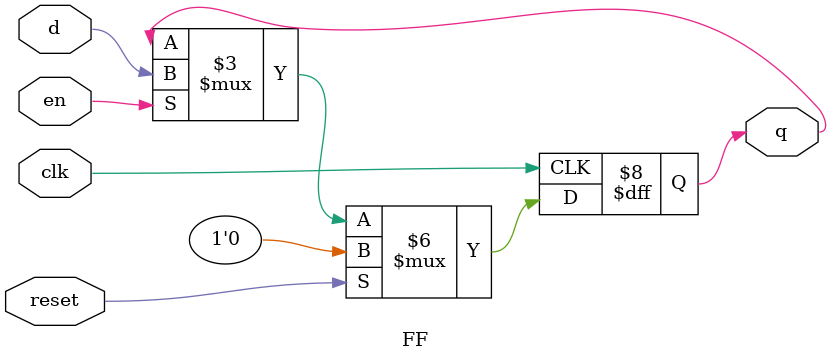
<source format=sv>
/*******************************************************************************/
// Design: GCD Calculator Avalon Slave
//  * Wraps NIOS2 GCD Custom Instruction hardware with an Avalon compliant
//    interface. Port names are constructed such that the Quartus
//    Component Designer will auto-infer interface assignments.
//  * Includes done interrupt. Read status to clear.
// Author: Nicholas Strong
/******************************************************************************/
module gcd_avalon (
        input  logic [1:0]  avs_s0_address,    //   avs_s0.address
        input  logic        avs_s0_read,       //         .read
        output logic [31:0] avs_s0_readdata,   //         .readdata
        input  logic        avs_s0_write,      //         .write
        input  logic [31:0] avs_s0_writedata,  //         .writedata
        output logic        ins_irq0_irq,      //  ins_irq.irq0
        input  logic        csi_clk,           //    clock.clk
        input  logic        rsi_reset          //    reset.reset
    );

    /***** Parameters *********************************************************/
    localparam   OP_A = 0;
    localparam   OP_B = 1;
    localparam RESULT = 2;
    localparam STATUS = 3;
    /***** Signals ************************************************************/
    logic [31:0] from_reg [0:3];
    logic [31:0] to_reg [0:3]; // cant do from_reg, to_reg - simulation warnings
    logic [31:0] result, status;
    logic write_en [0:3];
    logic wr_int, done, done_sb, int_clr;
    /**************************************************************************/

    // Register Write Data Assignment //
    assign to_reg[  OP_A] = (avs_s0_address == OP_A) ? avs_s0_writedata : 32'h0;
    assign to_reg[  OP_B] = (avs_s0_address == OP_B) ? avs_s0_writedata : 32'h0;
    assign to_reg[RESULT] = result;
    assign to_reg[STATUS] = {{31{1'b0}},done_sb};

    // Register Write Enable Assignment //
    assign write_en[  OP_A] = (avs_s0_address == OP_A) ? avs_s0_write : 1'b0;
    assign write_en[  OP_B] = (avs_s0_address == OP_B) ? avs_s0_write : 1'b0;
    assign write_en[RESULT] = done;
    assign write_en[STATUS] = 1'b1;

    // 32 Bit Registers //
    // module FF (clk, reset, en, d, q);
    FF #(32) GCD_A (csi_clk, rsi_reset, write_en[  OP_A], to_reg[  OP_A], from_reg[  OP_A]);
    FF #(32) GCD_B (csi_clk, rsi_reset, write_en[  OP_B], to_reg[  OP_B], from_reg[  OP_B]);
    FF #(32) GCD_C (csi_clk, rsi_reset, write_en[RESULT], to_reg[RESULT], from_reg[RESULT]);
    FF #(32) GCD_S (csi_clk, rsi_reset, write_en[STATUS], to_reg[STATUS], from_reg[STATUS]);

    assign avs_s0_readdata = avs_s0_read ? from_reg[avs_s0_address] : 32'h0;

    // Set Reset FF //
    // Creates a sticky bit for holding status. Set on done.
    // Cleared on write to OP_B.
    //
    // module set_reset(clk, clk_en, reset, en, clr, out);
    set_reset SR (csi_clk, 1'b1, rsi_reset, done, write_en[OP_B], done_sb);

    // Flip Flops //
    // Delays the write enable to OP_B by one cycle, allowing
    // time for the OP_B to show up at the output.
    //
    // module FF (clk, reset, en, d, q);
    FF FF0 (csi_clk, rsi_reset, 1'b1, write_en[OP_B], wr_int);

    // GCD Custom Instruction //
    // module gcd_ci(clk, reset, clk_en, start, dataa, datab, done, result);
    gcd_ci GCD (
        .clk   (csi_clk),
        .reset (rsi_reset),
        .clk_en(1'b1),
        .start (wr_int),
        .dataa (from_reg[OP_A]),
        .datab (from_reg[OP_B]),
        .done  (done),
        .result(result));

    // Done Interrupt //
    // Creates a sticky bit for the irq interrupt. Set on done.
    // Cleared by a read to the status register.
    //
    // module set_reset(clk, clk_en, reset, en, clr, out);
    set_reset D_INT (csi_clk, 1'b1, rsi_reset, done, int_clr, ins_irq0_irq);
    assign int_clr = (avs_s0_read & ((avs_s0_address == STATUS))) ? 1'b1 : 1'b0;

endmodule
/**endmodule********************************************************************/


/*******************************************************************************/
// GCD Custom Instruction
// * Implements Euclid's algorithm via subtraction
/*******************************************************************************/
module gcd_ci(clk, reset, clk_en, start, dataa, datab, done, result);
    input logic clk;
    input logic reset;
    input logic clk_en;
    input logic start;
    input logic [31:0] dataa;
    input logic [31:0] datab;
    output logic done;
    output logic [31:0] result;

    logic unsigned [31:0] a;
    logic unsigned [31:0] b;

    // Done internal and edge detect is just done because
    // the custom instruction protocol wants a pulse.
    logic done_internal;
    edge_detect ED (clk, clk_en, reset, done_internal, done);

    always @(posedge clk)
    begin
        if (reset) begin
        done_internal <=  1'b1;
        a             <= 32'hDEADDEAD;
        b             <= 32'hDEADDEAD;
        result        <= 32'hDEADDEAD;
        end
        else begin
            if(clk_en) begin
                if (start) begin
                    done_internal <= 1'b0;
                    a             <= dataa;
                    b             <= datab;
                end
                else if (!done_internal) begin
                    if (b == 32'h0) begin
                        done_internal <= 1'b1;
                        result        <= a;
                    end
                    else if (a > b) begin
                        a <= a - b;
                    end
                    else begin
                        b <= b - a;
                    end
                end
            end
        end
    end
endmodule
/**endmodule********************************************************************/


/*******************************************************************************/
// Edge Detect
// * Supports rising and falling edges
// * May produce incorrect edges off reset.
// * TODO: Add parameterized initial value.
// * TODO: Add logic to prevent reset edges (hint: xor)
/*******************************************************************************/
module edge_detect #(parameter RISING=1)(clk, clk_en, reset, in, e);
    input  logic clk;
    input  logic clk_en;
    input  logic reset;
    input  logic in;
    output logic e;

    reg tmp;

    always @(posedge clk)
    begin
        if (reset) // Synchronous reset when reset goes high
            tmp <= in;
        else begin
            if (clk_en)
                tmp <= in;
        end
    end

    assign e = RISING ? (~tmp & in) : (tmp & ~in);
endmodule
/**endmodule********************************************************************/


/*******************************************************************************/
// Set Reset FF
// * Also called a sticky bit
// * Intended to be used for custom instruction, thus the clk_en. Was not.
/*******************************************************************************/
module set_reset(clk, clk_en, reset, en, clr, out);
    input  logic clk;
    input  logic clk_en;
    input  logic reset;
    input  logic en;
  	input  logic clr;
    output logic out;

    always @(posedge clk)
    begin
        if (reset) // Synchronous reset when reset goes high
            out <= 1'b0;
        else begin
            if (clk_en & en)
                out <= 1'b1;
            else if (clk_en & clr)
                out <= 1'b0;
        end
    end
endmodule
/**endmodule********************************************************************/


/*******************************************************************************/
 // Flip Flop
 // * Width customizable flip flop with en
 // * TODO: Add parameterized initial value.
 /*******************************************************************************/
module FF (clk, reset, en, d, q);
    parameter WIDTH = 1;
    input  logic clk;
    input  logic reset;
    input  logic en;
    input  logic [WIDTH-1:0] d;
    output logic [WIDTH-1:0] q;


    always @(posedge clk)
    begin
        if (reset)
            q <= 0;
        else if (en)
            q <= d;
        else
            q <= q;
    end
endmodule
/**endmodule********************************************************************/

</source>
